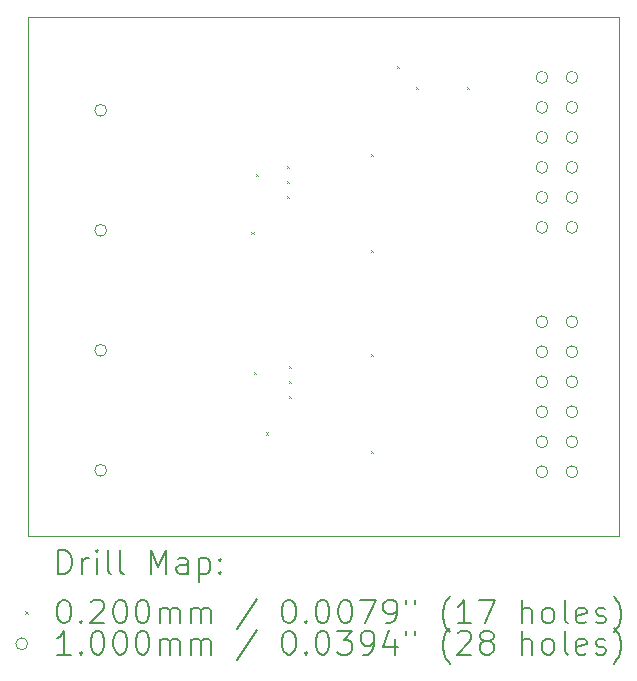
<source format=gbr>
%TF.GenerationSoftware,KiCad,Pcbnew,7.0.6*%
%TF.CreationDate,2023-08-11T00:36:38+02:00*%
%TF.ProjectId,ADS868_Test,41445338-3638-45f5-9465-73742e6b6963,rev?*%
%TF.SameCoordinates,Original*%
%TF.FileFunction,Drillmap*%
%TF.FilePolarity,Positive*%
%FSLAX45Y45*%
G04 Gerber Fmt 4.5, Leading zero omitted, Abs format (unit mm)*
G04 Created by KiCad (PCBNEW 7.0.6) date 2023-08-11 00:36:38*
%MOMM*%
%LPD*%
G01*
G04 APERTURE LIST*
%ADD10C,0.100000*%
%ADD11C,0.200000*%
%ADD12C,0.020000*%
G04 APERTURE END LIST*
D10*
X9800000Y-5050000D02*
X14800000Y-5050000D01*
X14800000Y-9450000D01*
X9800000Y-9450000D01*
X9800000Y-5050000D01*
D11*
D12*
X11690000Y-6870000D02*
X11710000Y-6890000D01*
X11710000Y-6870000D02*
X11690000Y-6890000D01*
X11710300Y-8056300D02*
X11730300Y-8076300D01*
X11730300Y-8056300D02*
X11710300Y-8076300D01*
X11724800Y-6378100D02*
X11744800Y-6398100D01*
X11744800Y-6378100D02*
X11724800Y-6398100D01*
X11810000Y-8570000D02*
X11830000Y-8590000D01*
X11830000Y-8570000D02*
X11810000Y-8590000D01*
X11991500Y-6314600D02*
X12011500Y-6334600D01*
X12011500Y-6314600D02*
X11991500Y-6334600D01*
X11991500Y-6441600D02*
X12011500Y-6461600D01*
X12011500Y-6441600D02*
X11991500Y-6461600D01*
X11991500Y-6568600D02*
X12011500Y-6588600D01*
X12011500Y-6568600D02*
X11991500Y-6588600D01*
X12004200Y-8003700D02*
X12024200Y-8023700D01*
X12024200Y-8003700D02*
X12004200Y-8023700D01*
X12004200Y-8130700D02*
X12024200Y-8150700D01*
X12024200Y-8130700D02*
X12004200Y-8150700D01*
X12004200Y-8257700D02*
X12024200Y-8277700D01*
X12024200Y-8257700D02*
X12004200Y-8277700D01*
X12702700Y-6213000D02*
X12722700Y-6233000D01*
X12722700Y-6213000D02*
X12702700Y-6233000D01*
X12702700Y-7025800D02*
X12722700Y-7045800D01*
X12722700Y-7025800D02*
X12702700Y-7045800D01*
X12702700Y-7902100D02*
X12722700Y-7922100D01*
X12722700Y-7902100D02*
X12702700Y-7922100D01*
X12702700Y-8727600D02*
X12722700Y-8747600D01*
X12722700Y-8727600D02*
X12702700Y-8747600D01*
X12918600Y-5463700D02*
X12938600Y-5483700D01*
X12938600Y-5463700D02*
X12918600Y-5483700D01*
X13083700Y-5641500D02*
X13103700Y-5661500D01*
X13103700Y-5641500D02*
X13083700Y-5661500D01*
X13515500Y-5641500D02*
X13535500Y-5661500D01*
X13535500Y-5641500D02*
X13515500Y-5661500D01*
D10*
X10464000Y-5842000D02*
G75*
G03*
X10464000Y-5842000I-50000J0D01*
G01*
X10464000Y-6858000D02*
G75*
G03*
X10464000Y-6858000I-50000J0D01*
G01*
X10464000Y-7874000D02*
G75*
G03*
X10464000Y-7874000I-50000J0D01*
G01*
X10464000Y-8890000D02*
G75*
G03*
X10464000Y-8890000I-50000J0D01*
G01*
X14200000Y-5563000D02*
G75*
G03*
X14200000Y-5563000I-50000J0D01*
G01*
X14200000Y-5817000D02*
G75*
G03*
X14200000Y-5817000I-50000J0D01*
G01*
X14200000Y-6071000D02*
G75*
G03*
X14200000Y-6071000I-50000J0D01*
G01*
X14200000Y-6325000D02*
G75*
G03*
X14200000Y-6325000I-50000J0D01*
G01*
X14200000Y-6579000D02*
G75*
G03*
X14200000Y-6579000I-50000J0D01*
G01*
X14200000Y-6833000D02*
G75*
G03*
X14200000Y-6833000I-50000J0D01*
G01*
X14200000Y-7632000D02*
G75*
G03*
X14200000Y-7632000I-50000J0D01*
G01*
X14200000Y-7886000D02*
G75*
G03*
X14200000Y-7886000I-50000J0D01*
G01*
X14200000Y-8140000D02*
G75*
G03*
X14200000Y-8140000I-50000J0D01*
G01*
X14200000Y-8394000D02*
G75*
G03*
X14200000Y-8394000I-50000J0D01*
G01*
X14200000Y-8648000D02*
G75*
G03*
X14200000Y-8648000I-50000J0D01*
G01*
X14200000Y-8902000D02*
G75*
G03*
X14200000Y-8902000I-50000J0D01*
G01*
X14454000Y-5563000D02*
G75*
G03*
X14454000Y-5563000I-50000J0D01*
G01*
X14454000Y-5817000D02*
G75*
G03*
X14454000Y-5817000I-50000J0D01*
G01*
X14454000Y-6071000D02*
G75*
G03*
X14454000Y-6071000I-50000J0D01*
G01*
X14454000Y-6325000D02*
G75*
G03*
X14454000Y-6325000I-50000J0D01*
G01*
X14454000Y-6579000D02*
G75*
G03*
X14454000Y-6579000I-50000J0D01*
G01*
X14454000Y-6833000D02*
G75*
G03*
X14454000Y-6833000I-50000J0D01*
G01*
X14454000Y-7632000D02*
G75*
G03*
X14454000Y-7632000I-50000J0D01*
G01*
X14454000Y-7886000D02*
G75*
G03*
X14454000Y-7886000I-50000J0D01*
G01*
X14454000Y-8140000D02*
G75*
G03*
X14454000Y-8140000I-50000J0D01*
G01*
X14454000Y-8394000D02*
G75*
G03*
X14454000Y-8394000I-50000J0D01*
G01*
X14454000Y-8648000D02*
G75*
G03*
X14454000Y-8648000I-50000J0D01*
G01*
X14454000Y-8902000D02*
G75*
G03*
X14454000Y-8902000I-50000J0D01*
G01*
D11*
X10055777Y-9766484D02*
X10055777Y-9566484D01*
X10055777Y-9566484D02*
X10103396Y-9566484D01*
X10103396Y-9566484D02*
X10131967Y-9576008D01*
X10131967Y-9576008D02*
X10151015Y-9595055D01*
X10151015Y-9595055D02*
X10160539Y-9614103D01*
X10160539Y-9614103D02*
X10170063Y-9652198D01*
X10170063Y-9652198D02*
X10170063Y-9680770D01*
X10170063Y-9680770D02*
X10160539Y-9718865D01*
X10160539Y-9718865D02*
X10151015Y-9737912D01*
X10151015Y-9737912D02*
X10131967Y-9756960D01*
X10131967Y-9756960D02*
X10103396Y-9766484D01*
X10103396Y-9766484D02*
X10055777Y-9766484D01*
X10255777Y-9766484D02*
X10255777Y-9633150D01*
X10255777Y-9671246D02*
X10265301Y-9652198D01*
X10265301Y-9652198D02*
X10274824Y-9642674D01*
X10274824Y-9642674D02*
X10293872Y-9633150D01*
X10293872Y-9633150D02*
X10312920Y-9633150D01*
X10379586Y-9766484D02*
X10379586Y-9633150D01*
X10379586Y-9566484D02*
X10370063Y-9576008D01*
X10370063Y-9576008D02*
X10379586Y-9585531D01*
X10379586Y-9585531D02*
X10389110Y-9576008D01*
X10389110Y-9576008D02*
X10379586Y-9566484D01*
X10379586Y-9566484D02*
X10379586Y-9585531D01*
X10503396Y-9766484D02*
X10484348Y-9756960D01*
X10484348Y-9756960D02*
X10474824Y-9737912D01*
X10474824Y-9737912D02*
X10474824Y-9566484D01*
X10608158Y-9766484D02*
X10589110Y-9756960D01*
X10589110Y-9756960D02*
X10579586Y-9737912D01*
X10579586Y-9737912D02*
X10579586Y-9566484D01*
X10836729Y-9766484D02*
X10836729Y-9566484D01*
X10836729Y-9566484D02*
X10903396Y-9709341D01*
X10903396Y-9709341D02*
X10970063Y-9566484D01*
X10970063Y-9566484D02*
X10970063Y-9766484D01*
X11151015Y-9766484D02*
X11151015Y-9661722D01*
X11151015Y-9661722D02*
X11141491Y-9642674D01*
X11141491Y-9642674D02*
X11122444Y-9633150D01*
X11122444Y-9633150D02*
X11084348Y-9633150D01*
X11084348Y-9633150D02*
X11065301Y-9642674D01*
X11151015Y-9756960D02*
X11131967Y-9766484D01*
X11131967Y-9766484D02*
X11084348Y-9766484D01*
X11084348Y-9766484D02*
X11065301Y-9756960D01*
X11065301Y-9756960D02*
X11055777Y-9737912D01*
X11055777Y-9737912D02*
X11055777Y-9718865D01*
X11055777Y-9718865D02*
X11065301Y-9699817D01*
X11065301Y-9699817D02*
X11084348Y-9690293D01*
X11084348Y-9690293D02*
X11131967Y-9690293D01*
X11131967Y-9690293D02*
X11151015Y-9680770D01*
X11246253Y-9633150D02*
X11246253Y-9833150D01*
X11246253Y-9642674D02*
X11265301Y-9633150D01*
X11265301Y-9633150D02*
X11303396Y-9633150D01*
X11303396Y-9633150D02*
X11322443Y-9642674D01*
X11322443Y-9642674D02*
X11331967Y-9652198D01*
X11331967Y-9652198D02*
X11341491Y-9671246D01*
X11341491Y-9671246D02*
X11341491Y-9728389D01*
X11341491Y-9728389D02*
X11331967Y-9747436D01*
X11331967Y-9747436D02*
X11322443Y-9756960D01*
X11322443Y-9756960D02*
X11303396Y-9766484D01*
X11303396Y-9766484D02*
X11265301Y-9766484D01*
X11265301Y-9766484D02*
X11246253Y-9756960D01*
X11427205Y-9747436D02*
X11436729Y-9756960D01*
X11436729Y-9756960D02*
X11427205Y-9766484D01*
X11427205Y-9766484D02*
X11417682Y-9756960D01*
X11417682Y-9756960D02*
X11427205Y-9747436D01*
X11427205Y-9747436D02*
X11427205Y-9766484D01*
X11427205Y-9642674D02*
X11436729Y-9652198D01*
X11436729Y-9652198D02*
X11427205Y-9661722D01*
X11427205Y-9661722D02*
X11417682Y-9652198D01*
X11417682Y-9652198D02*
X11427205Y-9642674D01*
X11427205Y-9642674D02*
X11427205Y-9661722D01*
D12*
X9775000Y-10085000D02*
X9795000Y-10105000D01*
X9795000Y-10085000D02*
X9775000Y-10105000D01*
D11*
X10093872Y-9986484D02*
X10112920Y-9986484D01*
X10112920Y-9986484D02*
X10131967Y-9996008D01*
X10131967Y-9996008D02*
X10141491Y-10005531D01*
X10141491Y-10005531D02*
X10151015Y-10024579D01*
X10151015Y-10024579D02*
X10160539Y-10062674D01*
X10160539Y-10062674D02*
X10160539Y-10110293D01*
X10160539Y-10110293D02*
X10151015Y-10148389D01*
X10151015Y-10148389D02*
X10141491Y-10167436D01*
X10141491Y-10167436D02*
X10131967Y-10176960D01*
X10131967Y-10176960D02*
X10112920Y-10186484D01*
X10112920Y-10186484D02*
X10093872Y-10186484D01*
X10093872Y-10186484D02*
X10074824Y-10176960D01*
X10074824Y-10176960D02*
X10065301Y-10167436D01*
X10065301Y-10167436D02*
X10055777Y-10148389D01*
X10055777Y-10148389D02*
X10046253Y-10110293D01*
X10046253Y-10110293D02*
X10046253Y-10062674D01*
X10046253Y-10062674D02*
X10055777Y-10024579D01*
X10055777Y-10024579D02*
X10065301Y-10005531D01*
X10065301Y-10005531D02*
X10074824Y-9996008D01*
X10074824Y-9996008D02*
X10093872Y-9986484D01*
X10246253Y-10167436D02*
X10255777Y-10176960D01*
X10255777Y-10176960D02*
X10246253Y-10186484D01*
X10246253Y-10186484D02*
X10236729Y-10176960D01*
X10236729Y-10176960D02*
X10246253Y-10167436D01*
X10246253Y-10167436D02*
X10246253Y-10186484D01*
X10331967Y-10005531D02*
X10341491Y-9996008D01*
X10341491Y-9996008D02*
X10360539Y-9986484D01*
X10360539Y-9986484D02*
X10408158Y-9986484D01*
X10408158Y-9986484D02*
X10427205Y-9996008D01*
X10427205Y-9996008D02*
X10436729Y-10005531D01*
X10436729Y-10005531D02*
X10446253Y-10024579D01*
X10446253Y-10024579D02*
X10446253Y-10043627D01*
X10446253Y-10043627D02*
X10436729Y-10072198D01*
X10436729Y-10072198D02*
X10322444Y-10186484D01*
X10322444Y-10186484D02*
X10446253Y-10186484D01*
X10570063Y-9986484D02*
X10589110Y-9986484D01*
X10589110Y-9986484D02*
X10608158Y-9996008D01*
X10608158Y-9996008D02*
X10617682Y-10005531D01*
X10617682Y-10005531D02*
X10627205Y-10024579D01*
X10627205Y-10024579D02*
X10636729Y-10062674D01*
X10636729Y-10062674D02*
X10636729Y-10110293D01*
X10636729Y-10110293D02*
X10627205Y-10148389D01*
X10627205Y-10148389D02*
X10617682Y-10167436D01*
X10617682Y-10167436D02*
X10608158Y-10176960D01*
X10608158Y-10176960D02*
X10589110Y-10186484D01*
X10589110Y-10186484D02*
X10570063Y-10186484D01*
X10570063Y-10186484D02*
X10551015Y-10176960D01*
X10551015Y-10176960D02*
X10541491Y-10167436D01*
X10541491Y-10167436D02*
X10531967Y-10148389D01*
X10531967Y-10148389D02*
X10522444Y-10110293D01*
X10522444Y-10110293D02*
X10522444Y-10062674D01*
X10522444Y-10062674D02*
X10531967Y-10024579D01*
X10531967Y-10024579D02*
X10541491Y-10005531D01*
X10541491Y-10005531D02*
X10551015Y-9996008D01*
X10551015Y-9996008D02*
X10570063Y-9986484D01*
X10760539Y-9986484D02*
X10779586Y-9986484D01*
X10779586Y-9986484D02*
X10798634Y-9996008D01*
X10798634Y-9996008D02*
X10808158Y-10005531D01*
X10808158Y-10005531D02*
X10817682Y-10024579D01*
X10817682Y-10024579D02*
X10827205Y-10062674D01*
X10827205Y-10062674D02*
X10827205Y-10110293D01*
X10827205Y-10110293D02*
X10817682Y-10148389D01*
X10817682Y-10148389D02*
X10808158Y-10167436D01*
X10808158Y-10167436D02*
X10798634Y-10176960D01*
X10798634Y-10176960D02*
X10779586Y-10186484D01*
X10779586Y-10186484D02*
X10760539Y-10186484D01*
X10760539Y-10186484D02*
X10741491Y-10176960D01*
X10741491Y-10176960D02*
X10731967Y-10167436D01*
X10731967Y-10167436D02*
X10722444Y-10148389D01*
X10722444Y-10148389D02*
X10712920Y-10110293D01*
X10712920Y-10110293D02*
X10712920Y-10062674D01*
X10712920Y-10062674D02*
X10722444Y-10024579D01*
X10722444Y-10024579D02*
X10731967Y-10005531D01*
X10731967Y-10005531D02*
X10741491Y-9996008D01*
X10741491Y-9996008D02*
X10760539Y-9986484D01*
X10912920Y-10186484D02*
X10912920Y-10053150D01*
X10912920Y-10072198D02*
X10922444Y-10062674D01*
X10922444Y-10062674D02*
X10941491Y-10053150D01*
X10941491Y-10053150D02*
X10970063Y-10053150D01*
X10970063Y-10053150D02*
X10989110Y-10062674D01*
X10989110Y-10062674D02*
X10998634Y-10081722D01*
X10998634Y-10081722D02*
X10998634Y-10186484D01*
X10998634Y-10081722D02*
X11008158Y-10062674D01*
X11008158Y-10062674D02*
X11027205Y-10053150D01*
X11027205Y-10053150D02*
X11055777Y-10053150D01*
X11055777Y-10053150D02*
X11074825Y-10062674D01*
X11074825Y-10062674D02*
X11084348Y-10081722D01*
X11084348Y-10081722D02*
X11084348Y-10186484D01*
X11179586Y-10186484D02*
X11179586Y-10053150D01*
X11179586Y-10072198D02*
X11189110Y-10062674D01*
X11189110Y-10062674D02*
X11208158Y-10053150D01*
X11208158Y-10053150D02*
X11236729Y-10053150D01*
X11236729Y-10053150D02*
X11255777Y-10062674D01*
X11255777Y-10062674D02*
X11265301Y-10081722D01*
X11265301Y-10081722D02*
X11265301Y-10186484D01*
X11265301Y-10081722D02*
X11274824Y-10062674D01*
X11274824Y-10062674D02*
X11293872Y-10053150D01*
X11293872Y-10053150D02*
X11322443Y-10053150D01*
X11322443Y-10053150D02*
X11341491Y-10062674D01*
X11341491Y-10062674D02*
X11351015Y-10081722D01*
X11351015Y-10081722D02*
X11351015Y-10186484D01*
X11741491Y-9976960D02*
X11570063Y-10234103D01*
X11998634Y-9986484D02*
X12017682Y-9986484D01*
X12017682Y-9986484D02*
X12036729Y-9996008D01*
X12036729Y-9996008D02*
X12046253Y-10005531D01*
X12046253Y-10005531D02*
X12055777Y-10024579D01*
X12055777Y-10024579D02*
X12065301Y-10062674D01*
X12065301Y-10062674D02*
X12065301Y-10110293D01*
X12065301Y-10110293D02*
X12055777Y-10148389D01*
X12055777Y-10148389D02*
X12046253Y-10167436D01*
X12046253Y-10167436D02*
X12036729Y-10176960D01*
X12036729Y-10176960D02*
X12017682Y-10186484D01*
X12017682Y-10186484D02*
X11998634Y-10186484D01*
X11998634Y-10186484D02*
X11979586Y-10176960D01*
X11979586Y-10176960D02*
X11970063Y-10167436D01*
X11970063Y-10167436D02*
X11960539Y-10148389D01*
X11960539Y-10148389D02*
X11951015Y-10110293D01*
X11951015Y-10110293D02*
X11951015Y-10062674D01*
X11951015Y-10062674D02*
X11960539Y-10024579D01*
X11960539Y-10024579D02*
X11970063Y-10005531D01*
X11970063Y-10005531D02*
X11979586Y-9996008D01*
X11979586Y-9996008D02*
X11998634Y-9986484D01*
X12151015Y-10167436D02*
X12160539Y-10176960D01*
X12160539Y-10176960D02*
X12151015Y-10186484D01*
X12151015Y-10186484D02*
X12141491Y-10176960D01*
X12141491Y-10176960D02*
X12151015Y-10167436D01*
X12151015Y-10167436D02*
X12151015Y-10186484D01*
X12284348Y-9986484D02*
X12303396Y-9986484D01*
X12303396Y-9986484D02*
X12322444Y-9996008D01*
X12322444Y-9996008D02*
X12331967Y-10005531D01*
X12331967Y-10005531D02*
X12341491Y-10024579D01*
X12341491Y-10024579D02*
X12351015Y-10062674D01*
X12351015Y-10062674D02*
X12351015Y-10110293D01*
X12351015Y-10110293D02*
X12341491Y-10148389D01*
X12341491Y-10148389D02*
X12331967Y-10167436D01*
X12331967Y-10167436D02*
X12322444Y-10176960D01*
X12322444Y-10176960D02*
X12303396Y-10186484D01*
X12303396Y-10186484D02*
X12284348Y-10186484D01*
X12284348Y-10186484D02*
X12265301Y-10176960D01*
X12265301Y-10176960D02*
X12255777Y-10167436D01*
X12255777Y-10167436D02*
X12246253Y-10148389D01*
X12246253Y-10148389D02*
X12236729Y-10110293D01*
X12236729Y-10110293D02*
X12236729Y-10062674D01*
X12236729Y-10062674D02*
X12246253Y-10024579D01*
X12246253Y-10024579D02*
X12255777Y-10005531D01*
X12255777Y-10005531D02*
X12265301Y-9996008D01*
X12265301Y-9996008D02*
X12284348Y-9986484D01*
X12474825Y-9986484D02*
X12493872Y-9986484D01*
X12493872Y-9986484D02*
X12512920Y-9996008D01*
X12512920Y-9996008D02*
X12522444Y-10005531D01*
X12522444Y-10005531D02*
X12531967Y-10024579D01*
X12531967Y-10024579D02*
X12541491Y-10062674D01*
X12541491Y-10062674D02*
X12541491Y-10110293D01*
X12541491Y-10110293D02*
X12531967Y-10148389D01*
X12531967Y-10148389D02*
X12522444Y-10167436D01*
X12522444Y-10167436D02*
X12512920Y-10176960D01*
X12512920Y-10176960D02*
X12493872Y-10186484D01*
X12493872Y-10186484D02*
X12474825Y-10186484D01*
X12474825Y-10186484D02*
X12455777Y-10176960D01*
X12455777Y-10176960D02*
X12446253Y-10167436D01*
X12446253Y-10167436D02*
X12436729Y-10148389D01*
X12436729Y-10148389D02*
X12427206Y-10110293D01*
X12427206Y-10110293D02*
X12427206Y-10062674D01*
X12427206Y-10062674D02*
X12436729Y-10024579D01*
X12436729Y-10024579D02*
X12446253Y-10005531D01*
X12446253Y-10005531D02*
X12455777Y-9996008D01*
X12455777Y-9996008D02*
X12474825Y-9986484D01*
X12608158Y-9986484D02*
X12741491Y-9986484D01*
X12741491Y-9986484D02*
X12655777Y-10186484D01*
X12827206Y-10186484D02*
X12865301Y-10186484D01*
X12865301Y-10186484D02*
X12884348Y-10176960D01*
X12884348Y-10176960D02*
X12893872Y-10167436D01*
X12893872Y-10167436D02*
X12912920Y-10138865D01*
X12912920Y-10138865D02*
X12922444Y-10100770D01*
X12922444Y-10100770D02*
X12922444Y-10024579D01*
X12922444Y-10024579D02*
X12912920Y-10005531D01*
X12912920Y-10005531D02*
X12903396Y-9996008D01*
X12903396Y-9996008D02*
X12884348Y-9986484D01*
X12884348Y-9986484D02*
X12846253Y-9986484D01*
X12846253Y-9986484D02*
X12827206Y-9996008D01*
X12827206Y-9996008D02*
X12817682Y-10005531D01*
X12817682Y-10005531D02*
X12808158Y-10024579D01*
X12808158Y-10024579D02*
X12808158Y-10072198D01*
X12808158Y-10072198D02*
X12817682Y-10091246D01*
X12817682Y-10091246D02*
X12827206Y-10100770D01*
X12827206Y-10100770D02*
X12846253Y-10110293D01*
X12846253Y-10110293D02*
X12884348Y-10110293D01*
X12884348Y-10110293D02*
X12903396Y-10100770D01*
X12903396Y-10100770D02*
X12912920Y-10091246D01*
X12912920Y-10091246D02*
X12922444Y-10072198D01*
X12998634Y-9986484D02*
X12998634Y-10024579D01*
X13074825Y-9986484D02*
X13074825Y-10024579D01*
X13370063Y-10262674D02*
X13360539Y-10253150D01*
X13360539Y-10253150D02*
X13341491Y-10224579D01*
X13341491Y-10224579D02*
X13331968Y-10205531D01*
X13331968Y-10205531D02*
X13322444Y-10176960D01*
X13322444Y-10176960D02*
X13312920Y-10129341D01*
X13312920Y-10129341D02*
X13312920Y-10091246D01*
X13312920Y-10091246D02*
X13322444Y-10043627D01*
X13322444Y-10043627D02*
X13331968Y-10015055D01*
X13331968Y-10015055D02*
X13341491Y-9996008D01*
X13341491Y-9996008D02*
X13360539Y-9967436D01*
X13360539Y-9967436D02*
X13370063Y-9957912D01*
X13551015Y-10186484D02*
X13436729Y-10186484D01*
X13493872Y-10186484D02*
X13493872Y-9986484D01*
X13493872Y-9986484D02*
X13474825Y-10015055D01*
X13474825Y-10015055D02*
X13455777Y-10034103D01*
X13455777Y-10034103D02*
X13436729Y-10043627D01*
X13617682Y-9986484D02*
X13751015Y-9986484D01*
X13751015Y-9986484D02*
X13665301Y-10186484D01*
X13979587Y-10186484D02*
X13979587Y-9986484D01*
X14065301Y-10186484D02*
X14065301Y-10081722D01*
X14065301Y-10081722D02*
X14055777Y-10062674D01*
X14055777Y-10062674D02*
X14036730Y-10053150D01*
X14036730Y-10053150D02*
X14008158Y-10053150D01*
X14008158Y-10053150D02*
X13989110Y-10062674D01*
X13989110Y-10062674D02*
X13979587Y-10072198D01*
X14189110Y-10186484D02*
X14170063Y-10176960D01*
X14170063Y-10176960D02*
X14160539Y-10167436D01*
X14160539Y-10167436D02*
X14151015Y-10148389D01*
X14151015Y-10148389D02*
X14151015Y-10091246D01*
X14151015Y-10091246D02*
X14160539Y-10072198D01*
X14160539Y-10072198D02*
X14170063Y-10062674D01*
X14170063Y-10062674D02*
X14189110Y-10053150D01*
X14189110Y-10053150D02*
X14217682Y-10053150D01*
X14217682Y-10053150D02*
X14236730Y-10062674D01*
X14236730Y-10062674D02*
X14246253Y-10072198D01*
X14246253Y-10072198D02*
X14255777Y-10091246D01*
X14255777Y-10091246D02*
X14255777Y-10148389D01*
X14255777Y-10148389D02*
X14246253Y-10167436D01*
X14246253Y-10167436D02*
X14236730Y-10176960D01*
X14236730Y-10176960D02*
X14217682Y-10186484D01*
X14217682Y-10186484D02*
X14189110Y-10186484D01*
X14370063Y-10186484D02*
X14351015Y-10176960D01*
X14351015Y-10176960D02*
X14341491Y-10157912D01*
X14341491Y-10157912D02*
X14341491Y-9986484D01*
X14522444Y-10176960D02*
X14503396Y-10186484D01*
X14503396Y-10186484D02*
X14465301Y-10186484D01*
X14465301Y-10186484D02*
X14446253Y-10176960D01*
X14446253Y-10176960D02*
X14436730Y-10157912D01*
X14436730Y-10157912D02*
X14436730Y-10081722D01*
X14436730Y-10081722D02*
X14446253Y-10062674D01*
X14446253Y-10062674D02*
X14465301Y-10053150D01*
X14465301Y-10053150D02*
X14503396Y-10053150D01*
X14503396Y-10053150D02*
X14522444Y-10062674D01*
X14522444Y-10062674D02*
X14531968Y-10081722D01*
X14531968Y-10081722D02*
X14531968Y-10100770D01*
X14531968Y-10100770D02*
X14436730Y-10119817D01*
X14608158Y-10176960D02*
X14627206Y-10186484D01*
X14627206Y-10186484D02*
X14665301Y-10186484D01*
X14665301Y-10186484D02*
X14684349Y-10176960D01*
X14684349Y-10176960D02*
X14693872Y-10157912D01*
X14693872Y-10157912D02*
X14693872Y-10148389D01*
X14693872Y-10148389D02*
X14684349Y-10129341D01*
X14684349Y-10129341D02*
X14665301Y-10119817D01*
X14665301Y-10119817D02*
X14636730Y-10119817D01*
X14636730Y-10119817D02*
X14617682Y-10110293D01*
X14617682Y-10110293D02*
X14608158Y-10091246D01*
X14608158Y-10091246D02*
X14608158Y-10081722D01*
X14608158Y-10081722D02*
X14617682Y-10062674D01*
X14617682Y-10062674D02*
X14636730Y-10053150D01*
X14636730Y-10053150D02*
X14665301Y-10053150D01*
X14665301Y-10053150D02*
X14684349Y-10062674D01*
X14760539Y-10262674D02*
X14770063Y-10253150D01*
X14770063Y-10253150D02*
X14789111Y-10224579D01*
X14789111Y-10224579D02*
X14798634Y-10205531D01*
X14798634Y-10205531D02*
X14808158Y-10176960D01*
X14808158Y-10176960D02*
X14817682Y-10129341D01*
X14817682Y-10129341D02*
X14817682Y-10091246D01*
X14817682Y-10091246D02*
X14808158Y-10043627D01*
X14808158Y-10043627D02*
X14798634Y-10015055D01*
X14798634Y-10015055D02*
X14789111Y-9996008D01*
X14789111Y-9996008D02*
X14770063Y-9967436D01*
X14770063Y-9967436D02*
X14760539Y-9957912D01*
D10*
X9795000Y-10359000D02*
G75*
G03*
X9795000Y-10359000I-50000J0D01*
G01*
D11*
X10160539Y-10450484D02*
X10046253Y-10450484D01*
X10103396Y-10450484D02*
X10103396Y-10250484D01*
X10103396Y-10250484D02*
X10084348Y-10279055D01*
X10084348Y-10279055D02*
X10065301Y-10298103D01*
X10065301Y-10298103D02*
X10046253Y-10307627D01*
X10246253Y-10431436D02*
X10255777Y-10440960D01*
X10255777Y-10440960D02*
X10246253Y-10450484D01*
X10246253Y-10450484D02*
X10236729Y-10440960D01*
X10236729Y-10440960D02*
X10246253Y-10431436D01*
X10246253Y-10431436D02*
X10246253Y-10450484D01*
X10379586Y-10250484D02*
X10398634Y-10250484D01*
X10398634Y-10250484D02*
X10417682Y-10260008D01*
X10417682Y-10260008D02*
X10427205Y-10269531D01*
X10427205Y-10269531D02*
X10436729Y-10288579D01*
X10436729Y-10288579D02*
X10446253Y-10326674D01*
X10446253Y-10326674D02*
X10446253Y-10374293D01*
X10446253Y-10374293D02*
X10436729Y-10412389D01*
X10436729Y-10412389D02*
X10427205Y-10431436D01*
X10427205Y-10431436D02*
X10417682Y-10440960D01*
X10417682Y-10440960D02*
X10398634Y-10450484D01*
X10398634Y-10450484D02*
X10379586Y-10450484D01*
X10379586Y-10450484D02*
X10360539Y-10440960D01*
X10360539Y-10440960D02*
X10351015Y-10431436D01*
X10351015Y-10431436D02*
X10341491Y-10412389D01*
X10341491Y-10412389D02*
X10331967Y-10374293D01*
X10331967Y-10374293D02*
X10331967Y-10326674D01*
X10331967Y-10326674D02*
X10341491Y-10288579D01*
X10341491Y-10288579D02*
X10351015Y-10269531D01*
X10351015Y-10269531D02*
X10360539Y-10260008D01*
X10360539Y-10260008D02*
X10379586Y-10250484D01*
X10570063Y-10250484D02*
X10589110Y-10250484D01*
X10589110Y-10250484D02*
X10608158Y-10260008D01*
X10608158Y-10260008D02*
X10617682Y-10269531D01*
X10617682Y-10269531D02*
X10627205Y-10288579D01*
X10627205Y-10288579D02*
X10636729Y-10326674D01*
X10636729Y-10326674D02*
X10636729Y-10374293D01*
X10636729Y-10374293D02*
X10627205Y-10412389D01*
X10627205Y-10412389D02*
X10617682Y-10431436D01*
X10617682Y-10431436D02*
X10608158Y-10440960D01*
X10608158Y-10440960D02*
X10589110Y-10450484D01*
X10589110Y-10450484D02*
X10570063Y-10450484D01*
X10570063Y-10450484D02*
X10551015Y-10440960D01*
X10551015Y-10440960D02*
X10541491Y-10431436D01*
X10541491Y-10431436D02*
X10531967Y-10412389D01*
X10531967Y-10412389D02*
X10522444Y-10374293D01*
X10522444Y-10374293D02*
X10522444Y-10326674D01*
X10522444Y-10326674D02*
X10531967Y-10288579D01*
X10531967Y-10288579D02*
X10541491Y-10269531D01*
X10541491Y-10269531D02*
X10551015Y-10260008D01*
X10551015Y-10260008D02*
X10570063Y-10250484D01*
X10760539Y-10250484D02*
X10779586Y-10250484D01*
X10779586Y-10250484D02*
X10798634Y-10260008D01*
X10798634Y-10260008D02*
X10808158Y-10269531D01*
X10808158Y-10269531D02*
X10817682Y-10288579D01*
X10817682Y-10288579D02*
X10827205Y-10326674D01*
X10827205Y-10326674D02*
X10827205Y-10374293D01*
X10827205Y-10374293D02*
X10817682Y-10412389D01*
X10817682Y-10412389D02*
X10808158Y-10431436D01*
X10808158Y-10431436D02*
X10798634Y-10440960D01*
X10798634Y-10440960D02*
X10779586Y-10450484D01*
X10779586Y-10450484D02*
X10760539Y-10450484D01*
X10760539Y-10450484D02*
X10741491Y-10440960D01*
X10741491Y-10440960D02*
X10731967Y-10431436D01*
X10731967Y-10431436D02*
X10722444Y-10412389D01*
X10722444Y-10412389D02*
X10712920Y-10374293D01*
X10712920Y-10374293D02*
X10712920Y-10326674D01*
X10712920Y-10326674D02*
X10722444Y-10288579D01*
X10722444Y-10288579D02*
X10731967Y-10269531D01*
X10731967Y-10269531D02*
X10741491Y-10260008D01*
X10741491Y-10260008D02*
X10760539Y-10250484D01*
X10912920Y-10450484D02*
X10912920Y-10317150D01*
X10912920Y-10336198D02*
X10922444Y-10326674D01*
X10922444Y-10326674D02*
X10941491Y-10317150D01*
X10941491Y-10317150D02*
X10970063Y-10317150D01*
X10970063Y-10317150D02*
X10989110Y-10326674D01*
X10989110Y-10326674D02*
X10998634Y-10345722D01*
X10998634Y-10345722D02*
X10998634Y-10450484D01*
X10998634Y-10345722D02*
X11008158Y-10326674D01*
X11008158Y-10326674D02*
X11027205Y-10317150D01*
X11027205Y-10317150D02*
X11055777Y-10317150D01*
X11055777Y-10317150D02*
X11074825Y-10326674D01*
X11074825Y-10326674D02*
X11084348Y-10345722D01*
X11084348Y-10345722D02*
X11084348Y-10450484D01*
X11179586Y-10450484D02*
X11179586Y-10317150D01*
X11179586Y-10336198D02*
X11189110Y-10326674D01*
X11189110Y-10326674D02*
X11208158Y-10317150D01*
X11208158Y-10317150D02*
X11236729Y-10317150D01*
X11236729Y-10317150D02*
X11255777Y-10326674D01*
X11255777Y-10326674D02*
X11265301Y-10345722D01*
X11265301Y-10345722D02*
X11265301Y-10450484D01*
X11265301Y-10345722D02*
X11274824Y-10326674D01*
X11274824Y-10326674D02*
X11293872Y-10317150D01*
X11293872Y-10317150D02*
X11322443Y-10317150D01*
X11322443Y-10317150D02*
X11341491Y-10326674D01*
X11341491Y-10326674D02*
X11351015Y-10345722D01*
X11351015Y-10345722D02*
X11351015Y-10450484D01*
X11741491Y-10240960D02*
X11570063Y-10498103D01*
X11998634Y-10250484D02*
X12017682Y-10250484D01*
X12017682Y-10250484D02*
X12036729Y-10260008D01*
X12036729Y-10260008D02*
X12046253Y-10269531D01*
X12046253Y-10269531D02*
X12055777Y-10288579D01*
X12055777Y-10288579D02*
X12065301Y-10326674D01*
X12065301Y-10326674D02*
X12065301Y-10374293D01*
X12065301Y-10374293D02*
X12055777Y-10412389D01*
X12055777Y-10412389D02*
X12046253Y-10431436D01*
X12046253Y-10431436D02*
X12036729Y-10440960D01*
X12036729Y-10440960D02*
X12017682Y-10450484D01*
X12017682Y-10450484D02*
X11998634Y-10450484D01*
X11998634Y-10450484D02*
X11979586Y-10440960D01*
X11979586Y-10440960D02*
X11970063Y-10431436D01*
X11970063Y-10431436D02*
X11960539Y-10412389D01*
X11960539Y-10412389D02*
X11951015Y-10374293D01*
X11951015Y-10374293D02*
X11951015Y-10326674D01*
X11951015Y-10326674D02*
X11960539Y-10288579D01*
X11960539Y-10288579D02*
X11970063Y-10269531D01*
X11970063Y-10269531D02*
X11979586Y-10260008D01*
X11979586Y-10260008D02*
X11998634Y-10250484D01*
X12151015Y-10431436D02*
X12160539Y-10440960D01*
X12160539Y-10440960D02*
X12151015Y-10450484D01*
X12151015Y-10450484D02*
X12141491Y-10440960D01*
X12141491Y-10440960D02*
X12151015Y-10431436D01*
X12151015Y-10431436D02*
X12151015Y-10450484D01*
X12284348Y-10250484D02*
X12303396Y-10250484D01*
X12303396Y-10250484D02*
X12322444Y-10260008D01*
X12322444Y-10260008D02*
X12331967Y-10269531D01*
X12331967Y-10269531D02*
X12341491Y-10288579D01*
X12341491Y-10288579D02*
X12351015Y-10326674D01*
X12351015Y-10326674D02*
X12351015Y-10374293D01*
X12351015Y-10374293D02*
X12341491Y-10412389D01*
X12341491Y-10412389D02*
X12331967Y-10431436D01*
X12331967Y-10431436D02*
X12322444Y-10440960D01*
X12322444Y-10440960D02*
X12303396Y-10450484D01*
X12303396Y-10450484D02*
X12284348Y-10450484D01*
X12284348Y-10450484D02*
X12265301Y-10440960D01*
X12265301Y-10440960D02*
X12255777Y-10431436D01*
X12255777Y-10431436D02*
X12246253Y-10412389D01*
X12246253Y-10412389D02*
X12236729Y-10374293D01*
X12236729Y-10374293D02*
X12236729Y-10326674D01*
X12236729Y-10326674D02*
X12246253Y-10288579D01*
X12246253Y-10288579D02*
X12255777Y-10269531D01*
X12255777Y-10269531D02*
X12265301Y-10260008D01*
X12265301Y-10260008D02*
X12284348Y-10250484D01*
X12417682Y-10250484D02*
X12541491Y-10250484D01*
X12541491Y-10250484D02*
X12474825Y-10326674D01*
X12474825Y-10326674D02*
X12503396Y-10326674D01*
X12503396Y-10326674D02*
X12522444Y-10336198D01*
X12522444Y-10336198D02*
X12531967Y-10345722D01*
X12531967Y-10345722D02*
X12541491Y-10364770D01*
X12541491Y-10364770D02*
X12541491Y-10412389D01*
X12541491Y-10412389D02*
X12531967Y-10431436D01*
X12531967Y-10431436D02*
X12522444Y-10440960D01*
X12522444Y-10440960D02*
X12503396Y-10450484D01*
X12503396Y-10450484D02*
X12446253Y-10450484D01*
X12446253Y-10450484D02*
X12427206Y-10440960D01*
X12427206Y-10440960D02*
X12417682Y-10431436D01*
X12636729Y-10450484D02*
X12674825Y-10450484D01*
X12674825Y-10450484D02*
X12693872Y-10440960D01*
X12693872Y-10440960D02*
X12703396Y-10431436D01*
X12703396Y-10431436D02*
X12722444Y-10402865D01*
X12722444Y-10402865D02*
X12731967Y-10364770D01*
X12731967Y-10364770D02*
X12731967Y-10288579D01*
X12731967Y-10288579D02*
X12722444Y-10269531D01*
X12722444Y-10269531D02*
X12712920Y-10260008D01*
X12712920Y-10260008D02*
X12693872Y-10250484D01*
X12693872Y-10250484D02*
X12655777Y-10250484D01*
X12655777Y-10250484D02*
X12636729Y-10260008D01*
X12636729Y-10260008D02*
X12627206Y-10269531D01*
X12627206Y-10269531D02*
X12617682Y-10288579D01*
X12617682Y-10288579D02*
X12617682Y-10336198D01*
X12617682Y-10336198D02*
X12627206Y-10355246D01*
X12627206Y-10355246D02*
X12636729Y-10364770D01*
X12636729Y-10364770D02*
X12655777Y-10374293D01*
X12655777Y-10374293D02*
X12693872Y-10374293D01*
X12693872Y-10374293D02*
X12712920Y-10364770D01*
X12712920Y-10364770D02*
X12722444Y-10355246D01*
X12722444Y-10355246D02*
X12731967Y-10336198D01*
X12903396Y-10317150D02*
X12903396Y-10450484D01*
X12855777Y-10240960D02*
X12808158Y-10383817D01*
X12808158Y-10383817D02*
X12931967Y-10383817D01*
X12998634Y-10250484D02*
X12998634Y-10288579D01*
X13074825Y-10250484D02*
X13074825Y-10288579D01*
X13370063Y-10526674D02*
X13360539Y-10517150D01*
X13360539Y-10517150D02*
X13341491Y-10488579D01*
X13341491Y-10488579D02*
X13331968Y-10469531D01*
X13331968Y-10469531D02*
X13322444Y-10440960D01*
X13322444Y-10440960D02*
X13312920Y-10393341D01*
X13312920Y-10393341D02*
X13312920Y-10355246D01*
X13312920Y-10355246D02*
X13322444Y-10307627D01*
X13322444Y-10307627D02*
X13331968Y-10279055D01*
X13331968Y-10279055D02*
X13341491Y-10260008D01*
X13341491Y-10260008D02*
X13360539Y-10231436D01*
X13360539Y-10231436D02*
X13370063Y-10221912D01*
X13436729Y-10269531D02*
X13446253Y-10260008D01*
X13446253Y-10260008D02*
X13465301Y-10250484D01*
X13465301Y-10250484D02*
X13512920Y-10250484D01*
X13512920Y-10250484D02*
X13531968Y-10260008D01*
X13531968Y-10260008D02*
X13541491Y-10269531D01*
X13541491Y-10269531D02*
X13551015Y-10288579D01*
X13551015Y-10288579D02*
X13551015Y-10307627D01*
X13551015Y-10307627D02*
X13541491Y-10336198D01*
X13541491Y-10336198D02*
X13427206Y-10450484D01*
X13427206Y-10450484D02*
X13551015Y-10450484D01*
X13665301Y-10336198D02*
X13646253Y-10326674D01*
X13646253Y-10326674D02*
X13636729Y-10317150D01*
X13636729Y-10317150D02*
X13627206Y-10298103D01*
X13627206Y-10298103D02*
X13627206Y-10288579D01*
X13627206Y-10288579D02*
X13636729Y-10269531D01*
X13636729Y-10269531D02*
X13646253Y-10260008D01*
X13646253Y-10260008D02*
X13665301Y-10250484D01*
X13665301Y-10250484D02*
X13703396Y-10250484D01*
X13703396Y-10250484D02*
X13722444Y-10260008D01*
X13722444Y-10260008D02*
X13731968Y-10269531D01*
X13731968Y-10269531D02*
X13741491Y-10288579D01*
X13741491Y-10288579D02*
X13741491Y-10298103D01*
X13741491Y-10298103D02*
X13731968Y-10317150D01*
X13731968Y-10317150D02*
X13722444Y-10326674D01*
X13722444Y-10326674D02*
X13703396Y-10336198D01*
X13703396Y-10336198D02*
X13665301Y-10336198D01*
X13665301Y-10336198D02*
X13646253Y-10345722D01*
X13646253Y-10345722D02*
X13636729Y-10355246D01*
X13636729Y-10355246D02*
X13627206Y-10374293D01*
X13627206Y-10374293D02*
X13627206Y-10412389D01*
X13627206Y-10412389D02*
X13636729Y-10431436D01*
X13636729Y-10431436D02*
X13646253Y-10440960D01*
X13646253Y-10440960D02*
X13665301Y-10450484D01*
X13665301Y-10450484D02*
X13703396Y-10450484D01*
X13703396Y-10450484D02*
X13722444Y-10440960D01*
X13722444Y-10440960D02*
X13731968Y-10431436D01*
X13731968Y-10431436D02*
X13741491Y-10412389D01*
X13741491Y-10412389D02*
X13741491Y-10374293D01*
X13741491Y-10374293D02*
X13731968Y-10355246D01*
X13731968Y-10355246D02*
X13722444Y-10345722D01*
X13722444Y-10345722D02*
X13703396Y-10336198D01*
X13979587Y-10450484D02*
X13979587Y-10250484D01*
X14065301Y-10450484D02*
X14065301Y-10345722D01*
X14065301Y-10345722D02*
X14055777Y-10326674D01*
X14055777Y-10326674D02*
X14036730Y-10317150D01*
X14036730Y-10317150D02*
X14008158Y-10317150D01*
X14008158Y-10317150D02*
X13989110Y-10326674D01*
X13989110Y-10326674D02*
X13979587Y-10336198D01*
X14189110Y-10450484D02*
X14170063Y-10440960D01*
X14170063Y-10440960D02*
X14160539Y-10431436D01*
X14160539Y-10431436D02*
X14151015Y-10412389D01*
X14151015Y-10412389D02*
X14151015Y-10355246D01*
X14151015Y-10355246D02*
X14160539Y-10336198D01*
X14160539Y-10336198D02*
X14170063Y-10326674D01*
X14170063Y-10326674D02*
X14189110Y-10317150D01*
X14189110Y-10317150D02*
X14217682Y-10317150D01*
X14217682Y-10317150D02*
X14236730Y-10326674D01*
X14236730Y-10326674D02*
X14246253Y-10336198D01*
X14246253Y-10336198D02*
X14255777Y-10355246D01*
X14255777Y-10355246D02*
X14255777Y-10412389D01*
X14255777Y-10412389D02*
X14246253Y-10431436D01*
X14246253Y-10431436D02*
X14236730Y-10440960D01*
X14236730Y-10440960D02*
X14217682Y-10450484D01*
X14217682Y-10450484D02*
X14189110Y-10450484D01*
X14370063Y-10450484D02*
X14351015Y-10440960D01*
X14351015Y-10440960D02*
X14341491Y-10421912D01*
X14341491Y-10421912D02*
X14341491Y-10250484D01*
X14522444Y-10440960D02*
X14503396Y-10450484D01*
X14503396Y-10450484D02*
X14465301Y-10450484D01*
X14465301Y-10450484D02*
X14446253Y-10440960D01*
X14446253Y-10440960D02*
X14436730Y-10421912D01*
X14436730Y-10421912D02*
X14436730Y-10345722D01*
X14436730Y-10345722D02*
X14446253Y-10326674D01*
X14446253Y-10326674D02*
X14465301Y-10317150D01*
X14465301Y-10317150D02*
X14503396Y-10317150D01*
X14503396Y-10317150D02*
X14522444Y-10326674D01*
X14522444Y-10326674D02*
X14531968Y-10345722D01*
X14531968Y-10345722D02*
X14531968Y-10364770D01*
X14531968Y-10364770D02*
X14436730Y-10383817D01*
X14608158Y-10440960D02*
X14627206Y-10450484D01*
X14627206Y-10450484D02*
X14665301Y-10450484D01*
X14665301Y-10450484D02*
X14684349Y-10440960D01*
X14684349Y-10440960D02*
X14693872Y-10421912D01*
X14693872Y-10421912D02*
X14693872Y-10412389D01*
X14693872Y-10412389D02*
X14684349Y-10393341D01*
X14684349Y-10393341D02*
X14665301Y-10383817D01*
X14665301Y-10383817D02*
X14636730Y-10383817D01*
X14636730Y-10383817D02*
X14617682Y-10374293D01*
X14617682Y-10374293D02*
X14608158Y-10355246D01*
X14608158Y-10355246D02*
X14608158Y-10345722D01*
X14608158Y-10345722D02*
X14617682Y-10326674D01*
X14617682Y-10326674D02*
X14636730Y-10317150D01*
X14636730Y-10317150D02*
X14665301Y-10317150D01*
X14665301Y-10317150D02*
X14684349Y-10326674D01*
X14760539Y-10526674D02*
X14770063Y-10517150D01*
X14770063Y-10517150D02*
X14789111Y-10488579D01*
X14789111Y-10488579D02*
X14798634Y-10469531D01*
X14798634Y-10469531D02*
X14808158Y-10440960D01*
X14808158Y-10440960D02*
X14817682Y-10393341D01*
X14817682Y-10393341D02*
X14817682Y-10355246D01*
X14817682Y-10355246D02*
X14808158Y-10307627D01*
X14808158Y-10307627D02*
X14798634Y-10279055D01*
X14798634Y-10279055D02*
X14789111Y-10260008D01*
X14789111Y-10260008D02*
X14770063Y-10231436D01*
X14770063Y-10231436D02*
X14760539Y-10221912D01*
M02*

</source>
